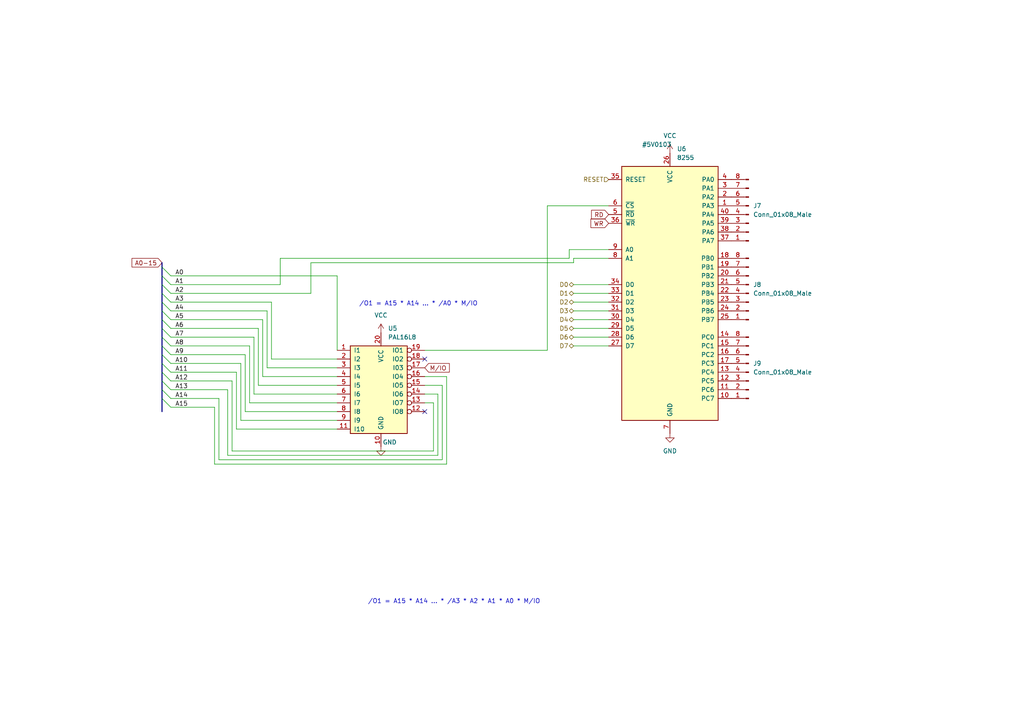
<source format=kicad_sch>
(kicad_sch (version 20211123) (generator eeschema)

  (uuid 2001b9c6-7911-4496-9f20-348592c8f009)

  (paper "A4")

  (lib_symbols
    (symbol "Connector:Conn_01x08_Male" (pin_names (offset 1.016) hide) (in_bom yes) (on_board yes)
      (property "Reference" "J" (id 0) (at 0 10.16 0)
        (effects (font (size 1.27 1.27)))
      )
      (property "Value" "Conn_01x08_Male" (id 1) (at 0 -12.7 0)
        (effects (font (size 1.27 1.27)))
      )
      (property "Footprint" "" (id 2) (at 0 0 0)
        (effects (font (size 1.27 1.27)) hide)
      )
      (property "Datasheet" "~" (id 3) (at 0 0 0)
        (effects (font (size 1.27 1.27)) hide)
      )
      (property "ki_keywords" "connector" (id 4) (at 0 0 0)
        (effects (font (size 1.27 1.27)) hide)
      )
      (property "ki_description" "Generic connector, single row, 01x08, script generated (kicad-library-utils/schlib/autogen/connector/)" (id 5) (at 0 0 0)
        (effects (font (size 1.27 1.27)) hide)
      )
      (property "ki_fp_filters" "Connector*:*_1x??_*" (id 6) (at 0 0 0)
        (effects (font (size 1.27 1.27)) hide)
      )
      (symbol "Conn_01x08_Male_1_1"
        (polyline
          (pts
            (xy 1.27 -10.16)
            (xy 0.8636 -10.16)
          )
          (stroke (width 0.1524) (type default) (color 0 0 0 0))
          (fill (type none))
        )
        (polyline
          (pts
            (xy 1.27 -7.62)
            (xy 0.8636 -7.62)
          )
          (stroke (width 0.1524) (type default) (color 0 0 0 0))
          (fill (type none))
        )
        (polyline
          (pts
            (xy 1.27 -5.08)
            (xy 0.8636 -5.08)
          )
          (stroke (width 0.1524) (type default) (color 0 0 0 0))
          (fill (type none))
        )
        (polyline
          (pts
            (xy 1.27 -2.54)
            (xy 0.8636 -2.54)
          )
          (stroke (width 0.1524) (type default) (color 0 0 0 0))
          (fill (type none))
        )
        (polyline
          (pts
            (xy 1.27 0)
            (xy 0.8636 0)
          )
          (stroke (width 0.1524) (type default) (color 0 0 0 0))
          (fill (type none))
        )
        (polyline
          (pts
            (xy 1.27 2.54)
            (xy 0.8636 2.54)
          )
          (stroke (width 0.1524) (type default) (color 0 0 0 0))
          (fill (type none))
        )
        (polyline
          (pts
            (xy 1.27 5.08)
            (xy 0.8636 5.08)
          )
          (stroke (width 0.1524) (type default) (color 0 0 0 0))
          (fill (type none))
        )
        (polyline
          (pts
            (xy 1.27 7.62)
            (xy 0.8636 7.62)
          )
          (stroke (width 0.1524) (type default) (color 0 0 0 0))
          (fill (type none))
        )
        (rectangle (start 0.8636 -10.033) (end 0 -10.287)
          (stroke (width 0.1524) (type default) (color 0 0 0 0))
          (fill (type outline))
        )
        (rectangle (start 0.8636 -7.493) (end 0 -7.747)
          (stroke (width 0.1524) (type default) (color 0 0 0 0))
          (fill (type outline))
        )
        (rectangle (start 0.8636 -4.953) (end 0 -5.207)
          (stroke (width 0.1524) (type default) (color 0 0 0 0))
          (fill (type outline))
        )
        (rectangle (start 0.8636 -2.413) (end 0 -2.667)
          (stroke (width 0.1524) (type default) (color 0 0 0 0))
          (fill (type outline))
        )
        (rectangle (start 0.8636 0.127) (end 0 -0.127)
          (stroke (width 0.1524) (type default) (color 0 0 0 0))
          (fill (type outline))
        )
        (rectangle (start 0.8636 2.667) (end 0 2.413)
          (stroke (width 0.1524) (type default) (color 0 0 0 0))
          (fill (type outline))
        )
        (rectangle (start 0.8636 5.207) (end 0 4.953)
          (stroke (width 0.1524) (type default) (color 0 0 0 0))
          (fill (type outline))
        )
        (rectangle (start 0.8636 7.747) (end 0 7.493)
          (stroke (width 0.1524) (type default) (color 0 0 0 0))
          (fill (type outline))
        )
        (pin passive line (at 5.08 7.62 180) (length 3.81)
          (name "Pin_1" (effects (font (size 1.27 1.27))))
          (number "1" (effects (font (size 1.27 1.27))))
        )
        (pin passive line (at 5.08 5.08 180) (length 3.81)
          (name "Pin_2" (effects (font (size 1.27 1.27))))
          (number "2" (effects (font (size 1.27 1.27))))
        )
        (pin passive line (at 5.08 2.54 180) (length 3.81)
          (name "Pin_3" (effects (font (size 1.27 1.27))))
          (number "3" (effects (font (size 1.27 1.27))))
        )
        (pin passive line (at 5.08 0 180) (length 3.81)
          (name "Pin_4" (effects (font (size 1.27 1.27))))
          (number "4" (effects (font (size 1.27 1.27))))
        )
        (pin passive line (at 5.08 -2.54 180) (length 3.81)
          (name "Pin_5" (effects (font (size 1.27 1.27))))
          (number "5" (effects (font (size 1.27 1.27))))
        )
        (pin passive line (at 5.08 -5.08 180) (length 3.81)
          (name "Pin_6" (effects (font (size 1.27 1.27))))
          (number "6" (effects (font (size 1.27 1.27))))
        )
        (pin passive line (at 5.08 -7.62 180) (length 3.81)
          (name "Pin_7" (effects (font (size 1.27 1.27))))
          (number "7" (effects (font (size 1.27 1.27))))
        )
        (pin passive line (at 5.08 -10.16 180) (length 3.81)
          (name "Pin_8" (effects (font (size 1.27 1.27))))
          (number "8" (effects (font (size 1.27 1.27))))
        )
      )
    )
    (symbol "Interface:8255" (pin_names (offset 1.016)) (in_bom yes) (on_board yes)
      (property "Reference" "U" (id 0) (at -13.97 38.1 0)
        (effects (font (size 1.27 1.27)) (justify left))
      )
      (property "Value" "8255" (id 1) (at 8.89 38.1 0)
        (effects (font (size 1.27 1.27)) (justify left))
      )
      (property "Footprint" "Package_DIP:DIP-40_W15.24mm" (id 2) (at 0 7.62 0)
        (effects (font (size 1.27 1.27)) hide)
      )
      (property "Datasheet" "http://aturing.umcs.maine.edu/~meadow/courses/cos335/Intel8255A.pdf" (id 3) (at 0 7.62 0)
        (effects (font (size 1.27 1.27)) hide)
      )
      (property "ki_keywords" "8255 PPI" (id 4) (at 0 0 0)
        (effects (font (size 1.27 1.27)) hide)
      )
      (property "ki_description" "Programmable Peripheral Interface, PDIP-40" (id 5) (at 0 0 0)
        (effects (font (size 1.27 1.27)) hide)
      )
      (property "ki_fp_filters" "DIP*W15.24mm* PDIP*W15.24mm*" (id 6) (at 0 0 0)
        (effects (font (size 1.27 1.27)) hide)
      )
      (symbol "8255_1_1"
        (rectangle (start -13.97 -36.83) (end 13.97 36.83)
          (stroke (width 0.254) (type default) (color 0 0 0 0))
          (fill (type background))
        )
        (pin bidirectional line (at 17.78 25.4 180) (length 3.81)
          (name "PA3" (effects (font (size 1.27 1.27))))
          (number "1" (effects (font (size 1.27 1.27))))
        )
        (pin bidirectional line (at 17.78 -30.48 180) (length 3.81)
          (name "PC7" (effects (font (size 1.27 1.27))))
          (number "10" (effects (font (size 1.27 1.27))))
        )
        (pin bidirectional line (at 17.78 -27.94 180) (length 3.81)
          (name "PC6" (effects (font (size 1.27 1.27))))
          (number "11" (effects (font (size 1.27 1.27))))
        )
        (pin bidirectional line (at 17.78 -25.4 180) (length 3.81)
          (name "PC5" (effects (font (size 1.27 1.27))))
          (number "12" (effects (font (size 1.27 1.27))))
        )
        (pin bidirectional line (at 17.78 -22.86 180) (length 3.81)
          (name "PC4" (effects (font (size 1.27 1.27))))
          (number "13" (effects (font (size 1.27 1.27))))
        )
        (pin bidirectional line (at 17.78 -12.7 180) (length 3.81)
          (name "PC0" (effects (font (size 1.27 1.27))))
          (number "14" (effects (font (size 1.27 1.27))))
        )
        (pin bidirectional line (at 17.78 -15.24 180) (length 3.81)
          (name "PC1" (effects (font (size 1.27 1.27))))
          (number "15" (effects (font (size 1.27 1.27))))
        )
        (pin bidirectional line (at 17.78 -17.78 180) (length 3.81)
          (name "PC2" (effects (font (size 1.27 1.27))))
          (number "16" (effects (font (size 1.27 1.27))))
        )
        (pin bidirectional line (at 17.78 -20.32 180) (length 3.81)
          (name "PC3" (effects (font (size 1.27 1.27))))
          (number "17" (effects (font (size 1.27 1.27))))
        )
        (pin bidirectional line (at 17.78 10.16 180) (length 3.81)
          (name "PB0" (effects (font (size 1.27 1.27))))
          (number "18" (effects (font (size 1.27 1.27))))
        )
        (pin bidirectional line (at 17.78 7.62 180) (length 3.81)
          (name "PB1" (effects (font (size 1.27 1.27))))
          (number "19" (effects (font (size 1.27 1.27))))
        )
        (pin bidirectional line (at 17.78 27.94 180) (length 3.81)
          (name "PA2" (effects (font (size 1.27 1.27))))
          (number "2" (effects (font (size 1.27 1.27))))
        )
        (pin bidirectional line (at 17.78 5.08 180) (length 3.81)
          (name "PB2" (effects (font (size 1.27 1.27))))
          (number "20" (effects (font (size 1.27 1.27))))
        )
        (pin bidirectional line (at 17.78 2.54 180) (length 3.81)
          (name "PB3" (effects (font (size 1.27 1.27))))
          (number "21" (effects (font (size 1.27 1.27))))
        )
        (pin bidirectional line (at 17.78 0 180) (length 3.81)
          (name "PB4" (effects (font (size 1.27 1.27))))
          (number "22" (effects (font (size 1.27 1.27))))
        )
        (pin bidirectional line (at 17.78 -2.54 180) (length 3.81)
          (name "PB5" (effects (font (size 1.27 1.27))))
          (number "23" (effects (font (size 1.27 1.27))))
        )
        (pin bidirectional line (at 17.78 -5.08 180) (length 3.81)
          (name "PB6" (effects (font (size 1.27 1.27))))
          (number "24" (effects (font (size 1.27 1.27))))
        )
        (pin bidirectional line (at 17.78 -7.62 180) (length 3.81)
          (name "PB7" (effects (font (size 1.27 1.27))))
          (number "25" (effects (font (size 1.27 1.27))))
        )
        (pin power_in line (at 0 40.64 270) (length 3.81)
          (name "VCC" (effects (font (size 1.27 1.27))))
          (number "26" (effects (font (size 1.27 1.27))))
        )
        (pin bidirectional line (at -17.78 -15.24 0) (length 3.81)
          (name "D7" (effects (font (size 1.27 1.27))))
          (number "27" (effects (font (size 1.27 1.27))))
        )
        (pin bidirectional line (at -17.78 -12.7 0) (length 3.81)
          (name "D6" (effects (font (size 1.27 1.27))))
          (number "28" (effects (font (size 1.27 1.27))))
        )
        (pin bidirectional line (at -17.78 -10.16 0) (length 3.81)
          (name "D5" (effects (font (size 1.27 1.27))))
          (number "29" (effects (font (size 1.27 1.27))))
        )
        (pin bidirectional line (at 17.78 30.48 180) (length 3.81)
          (name "PA1" (effects (font (size 1.27 1.27))))
          (number "3" (effects (font (size 1.27 1.27))))
        )
        (pin bidirectional line (at -17.78 -7.62 0) (length 3.81)
          (name "D4" (effects (font (size 1.27 1.27))))
          (number "30" (effects (font (size 1.27 1.27))))
        )
        (pin bidirectional line (at -17.78 -5.08 0) (length 3.81)
          (name "D3" (effects (font (size 1.27 1.27))))
          (number "31" (effects (font (size 1.27 1.27))))
        )
        (pin bidirectional line (at -17.78 -2.54 0) (length 3.81)
          (name "D2" (effects (font (size 1.27 1.27))))
          (number "32" (effects (font (size 1.27 1.27))))
        )
        (pin bidirectional line (at -17.78 0 0) (length 3.81)
          (name "D1" (effects (font (size 1.27 1.27))))
          (number "33" (effects (font (size 1.27 1.27))))
        )
        (pin bidirectional line (at -17.78 2.54 0) (length 3.81)
          (name "D0" (effects (font (size 1.27 1.27))))
          (number "34" (effects (font (size 1.27 1.27))))
        )
        (pin input line (at -17.78 33.02 0) (length 3.81)
          (name "RESET" (effects (font (size 1.27 1.27))))
          (number "35" (effects (font (size 1.27 1.27))))
        )
        (pin input line (at -17.78 20.32 0) (length 3.81)
          (name "~{WR}" (effects (font (size 1.27 1.27))))
          (number "36" (effects (font (size 1.27 1.27))))
        )
        (pin bidirectional line (at 17.78 15.24 180) (length 3.81)
          (name "PA7" (effects (font (size 1.27 1.27))))
          (number "37" (effects (font (size 1.27 1.27))))
        )
        (pin bidirectional line (at 17.78 17.78 180) (length 3.81)
          (name "PA6" (effects (font (size 1.27 1.27))))
          (number "38" (effects (font (size 1.27 1.27))))
        )
        (pin bidirectional line (at 17.78 20.32 180) (length 3.81)
          (name "PA5" (effects (font (size 1.27 1.27))))
          (number "39" (effects (font (size 1.27 1.27))))
        )
        (pin bidirectional line (at 17.78 33.02 180) (length 3.81)
          (name "PA0" (effects (font (size 1.27 1.27))))
          (number "4" (effects (font (size 1.27 1.27))))
        )
        (pin bidirectional line (at 17.78 22.86 180) (length 3.81)
          (name "PA4" (effects (font (size 1.27 1.27))))
          (number "40" (effects (font (size 1.27 1.27))))
        )
        (pin input line (at -17.78 22.86 0) (length 3.81)
          (name "~{RD}" (effects (font (size 1.27 1.27))))
          (number "5" (effects (font (size 1.27 1.27))))
        )
        (pin input line (at -17.78 25.4 0) (length 3.81)
          (name "~{CS}" (effects (font (size 1.27 1.27))))
          (number "6" (effects (font (size 1.27 1.27))))
        )
        (pin power_in line (at 0 -40.64 90) (length 3.81)
          (name "GND" (effects (font (size 1.27 1.27))))
          (number "7" (effects (font (size 1.27 1.27))))
        )
        (pin input line (at -17.78 10.16 0) (length 3.81)
          (name "A1" (effects (font (size 1.27 1.27))))
          (number "8" (effects (font (size 1.27 1.27))))
        )
        (pin input line (at -17.78 12.7 0) (length 3.81)
          (name "A0" (effects (font (size 1.27 1.27))))
          (number "9" (effects (font (size 1.27 1.27))))
        )
      )
    )
    (symbol "Logic_Programmable:PAL16L8" (pin_names (offset 1.016)) (in_bom yes) (on_board yes)
      (property "Reference" "U" (id 0) (at -8.89 16.51 0)
        (effects (font (size 1.27 1.27)) (justify left))
      )
      (property "Value" "PAL16L8" (id 1) (at 1.27 16.51 0)
        (effects (font (size 1.27 1.27)) (justify left))
      )
      (property "Footprint" "" (id 2) (at 0 0 0)
        (effects (font (size 1.27 1.27)) hide)
      )
      (property "Datasheet" "" (id 3) (at 0 0 0)
        (effects (font (size 1.27 1.27)) hide)
      )
      (property "ki_keywords" "PAL PLD 16L8" (id 4) (at 0 0 0)
        (effects (font (size 1.27 1.27)) hide)
      )
      (property "ki_description" "Programmable Logic Array, DIP-20" (id 5) (at 0 0 0)
        (effects (font (size 1.27 1.27)) hide)
      )
      (property "ki_fp_filters" "DIP* PDIP*" (id 6) (at 0 0 0)
        (effects (font (size 1.27 1.27)) hide)
      )
      (symbol "PAL16L8_0_0"
        (pin power_in line (at 0 -15.24 90) (length 3.81)
          (name "GND" (effects (font (size 1.27 1.27))))
          (number "10" (effects (font (size 1.27 1.27))))
        )
        (pin power_in line (at 0 17.78 270) (length 3.81)
          (name "VCC" (effects (font (size 1.27 1.27))))
          (number "20" (effects (font (size 1.27 1.27))))
        )
      )
      (symbol "PAL16L8_0_1"
        (rectangle (start -8.89 13.97) (end 7.62 -11.43)
          (stroke (width 0.254) (type default) (color 0 0 0 0))
          (fill (type background))
        )
      )
      (symbol "PAL16L8_1_1"
        (pin input line (at -12.7 12.7 0) (length 3.81)
          (name "I1" (effects (font (size 1.27 1.27))))
          (number "1" (effects (font (size 1.27 1.27))))
        )
        (pin input line (at -12.7 -10.16 0) (length 3.81)
          (name "I10" (effects (font (size 1.27 1.27))))
          (number "11" (effects (font (size 1.27 1.27))))
        )
        (pin tri_state inverted (at 12.7 -5.08 180) (length 5.08)
          (name "IO8" (effects (font (size 1.27 1.27))))
          (number "12" (effects (font (size 1.27 1.27))))
        )
        (pin tri_state inverted (at 12.7 -2.54 180) (length 5.08)
          (name "IO7" (effects (font (size 1.27 1.27))))
          (number "13" (effects (font (size 1.27 1.27))))
        )
        (pin tri_state inverted (at 12.7 0 180) (length 5.08)
          (name "IO6" (effects (font (size 1.27 1.27))))
          (number "14" (effects (font (size 1.27 1.27))))
        )
        (pin tri_state inverted (at 12.7 2.54 180) (length 5.08)
          (name "IO5" (effects (font (size 1.27 1.27))))
          (number "15" (effects (font (size 1.27 1.27))))
        )
        (pin tri_state inverted (at 12.7 5.08 180) (length 5.08)
          (name "IO4" (effects (font (size 1.27 1.27))))
          (number "16" (effects (font (size 1.27 1.27))))
        )
        (pin tri_state inverted (at 12.7 7.62 180) (length 5.08)
          (name "I03" (effects (font (size 1.27 1.27))))
          (number "17" (effects (font (size 1.27 1.27))))
        )
        (pin tri_state inverted (at 12.7 10.16 180) (length 5.08)
          (name "IO2" (effects (font (size 1.27 1.27))))
          (number "18" (effects (font (size 1.27 1.27))))
        )
        (pin tri_state inverted (at 12.7 12.7 180) (length 5.08)
          (name "IO1" (effects (font (size 1.27 1.27))))
          (number "19" (effects (font (size 1.27 1.27))))
        )
        (pin input line (at -12.7 10.16 0) (length 3.81)
          (name "I2" (effects (font (size 1.27 1.27))))
          (number "2" (effects (font (size 1.27 1.27))))
        )
        (pin input line (at -12.7 7.62 0) (length 3.81)
          (name "I3" (effects (font (size 1.27 1.27))))
          (number "3" (effects (font (size 1.27 1.27))))
        )
        (pin input line (at -12.7 5.08 0) (length 3.81)
          (name "I4" (effects (font (size 1.27 1.27))))
          (number "4" (effects (font (size 1.27 1.27))))
        )
        (pin input line (at -12.7 2.54 0) (length 3.81)
          (name "I5" (effects (font (size 1.27 1.27))))
          (number "5" (effects (font (size 1.27 1.27))))
        )
        (pin input line (at -12.7 0 0) (length 3.81)
          (name "I6" (effects (font (size 1.27 1.27))))
          (number "6" (effects (font (size 1.27 1.27))))
        )
        (pin input line (at -12.7 -2.54 0) (length 3.81)
          (name "I7" (effects (font (size 1.27 1.27))))
          (number "7" (effects (font (size 1.27 1.27))))
        )
        (pin input line (at -12.7 -5.08 0) (length 3.81)
          (name "I8" (effects (font (size 1.27 1.27))))
          (number "8" (effects (font (size 1.27 1.27))))
        )
        (pin input line (at -12.7 -7.62 0) (length 3.81)
          (name "I9" (effects (font (size 1.27 1.27))))
          (number "9" (effects (font (size 1.27 1.27))))
        )
      )
    )
    (symbol "power:GND" (power) (pin_names (offset 0)) (in_bom yes) (on_board yes)
      (property "Reference" "#PWR" (id 0) (at 0 -6.35 0)
        (effects (font (size 1.27 1.27)) hide)
      )
      (property "Value" "GND" (id 1) (at 0 -3.81 0)
        (effects (font (size 1.27 1.27)))
      )
      (property "Footprint" "" (id 2) (at 0 0 0)
        (effects (font (size 1.27 1.27)) hide)
      )
      (property "Datasheet" "" (id 3) (at 0 0 0)
        (effects (font (size 1.27 1.27)) hide)
      )
      (property "ki_keywords" "power-flag" (id 4) (at 0 0 0)
        (effects (font (size 1.27 1.27)) hide)
      )
      (property "ki_description" "Power symbol creates a global label with name \"GND\" , ground" (id 5) (at 0 0 0)
        (effects (font (size 1.27 1.27)) hide)
      )
      (symbol "GND_0_1"
        (polyline
          (pts
            (xy 0 0)
            (xy 0 -1.27)
            (xy 1.27 -1.27)
            (xy 0 -2.54)
            (xy -1.27 -1.27)
            (xy 0 -1.27)
          )
          (stroke (width 0) (type default) (color 0 0 0 0))
          (fill (type none))
        )
      )
      (symbol "GND_1_1"
        (pin power_in line (at 0 0 270) (length 0) hide
          (name "GND" (effects (font (size 1.27 1.27))))
          (number "1" (effects (font (size 1.27 1.27))))
        )
      )
    )
    (symbol "power:VCC" (power) (pin_names (offset 0)) (in_bom yes) (on_board yes)
      (property "Reference" "#PWR" (id 0) (at 0 -3.81 0)
        (effects (font (size 1.27 1.27)) hide)
      )
      (property "Value" "VCC" (id 1) (at 0 3.81 0)
        (effects (font (size 1.27 1.27)))
      )
      (property "Footprint" "" (id 2) (at 0 0 0)
        (effects (font (size 1.27 1.27)) hide)
      )
      (property "Datasheet" "" (id 3) (at 0 0 0)
        (effects (font (size 1.27 1.27)) hide)
      )
      (property "ki_keywords" "power-flag" (id 4) (at 0 0 0)
        (effects (font (size 1.27 1.27)) hide)
      )
      (property "ki_description" "Power symbol creates a global label with name \"VCC\"" (id 5) (at 0 0 0)
        (effects (font (size 1.27 1.27)) hide)
      )
      (symbol "VCC_0_1"
        (polyline
          (pts
            (xy -0.762 1.27)
            (xy 0 2.54)
          )
          (stroke (width 0) (type default) (color 0 0 0 0))
          (fill (type none))
        )
        (polyline
          (pts
            (xy 0 0)
            (xy 0 2.54)
          )
          (stroke (width 0) (type default) (color 0 0 0 0))
          (fill (type none))
        )
        (polyline
          (pts
            (xy 0 2.54)
            (xy 0.762 1.27)
          )
          (stroke (width 0) (type default) (color 0 0 0 0))
          (fill (type none))
        )
      )
      (symbol "VCC_1_1"
        (pin power_in line (at 0 0 90) (length 0) hide
          (name "VCC" (effects (font (size 1.27 1.27))))
          (number "1" (effects (font (size 1.27 1.27))))
        )
      )
    )
  )


  (no_connect (at 123.19 104.14) (uuid 4c5eaf5b-9048-4dcb-a719-67395476492f))
  (no_connect (at 123.19 119.38) (uuid fc162a44-546e-4e54-a926-ad35d39eecd9))

  (bus_entry (at 46.99 107.95) (size 2.54 2.54)
    (stroke (width 0) (type default) (color 0 0 0 0))
    (uuid 006126dc-ef90-4cc8-92c5-bf8b5fbd644c)
  )
  (bus_entry (at 46.99 92.71) (size 2.54 2.54)
    (stroke (width 0) (type default) (color 0 0 0 0))
    (uuid 0f97470f-2101-4cc9-bdec-966c2f3dd6b6)
  )
  (bus_entry (at 46.99 80.01) (size 2.54 2.54)
    (stroke (width 0) (type default) (color 0 0 0 0))
    (uuid 17256986-1530-4ebb-89b6-8f6d1bd56cb3)
  )
  (bus_entry (at 46.99 113.03) (size 2.54 2.54)
    (stroke (width 0) (type default) (color 0 0 0 0))
    (uuid 1768ed57-cddf-4460-b218-ec2dc03f4902)
  )
  (bus_entry (at 46.99 82.55) (size 2.54 2.54)
    (stroke (width 0) (type default) (color 0 0 0 0))
    (uuid 31932ba9-e70b-4946-a012-8a53bc78d6b7)
  )
  (bus_entry (at 46.99 85.09) (size 2.54 2.54)
    (stroke (width 0) (type default) (color 0 0 0 0))
    (uuid 3dff79ee-8e5d-4f4b-a0ec-bee18baf75dd)
  )
  (bus_entry (at 46.99 87.63) (size 2.54 2.54)
    (stroke (width 0) (type default) (color 0 0 0 0))
    (uuid 78e738ce-ea28-497d-abe0-c9d9d2ead67d)
  )
  (bus_entry (at 46.99 97.79) (size 2.54 2.54)
    (stroke (width 0) (type default) (color 0 0 0 0))
    (uuid 855cfe7f-6130-4b85-b631-da662df7c849)
  )
  (bus_entry (at 46.99 115.57) (size 2.54 2.54)
    (stroke (width 0) (type default) (color 0 0 0 0))
    (uuid 9b5787a9-4a5b-4cbb-960b-3061a65a0a1b)
  )
  (bus_entry (at 46.99 110.49) (size 2.54 2.54)
    (stroke (width 0) (type default) (color 0 0 0 0))
    (uuid 9dc76fb8-bdff-4305-b474-4c0dd313fef4)
  )
  (bus_entry (at 46.99 77.47) (size 2.54 2.54)
    (stroke (width 0) (type default) (color 0 0 0 0))
    (uuid cdf6fe86-837f-4ed6-8714-6a824aa8d64a)
  )
  (bus_entry (at 46.99 100.33) (size 2.54 2.54)
    (stroke (width 0) (type default) (color 0 0 0 0))
    (uuid d75b60ea-90aa-462c-9208-f4ac0b8cec71)
  )
  (bus_entry (at 46.99 90.17) (size 2.54 2.54)
    (stroke (width 0) (type default) (color 0 0 0 0))
    (uuid dc9749d7-c5a5-42ef-a5e4-1e7d8d165827)
  )
  (bus_entry (at 46.99 95.25) (size 2.54 2.54)
    (stroke (width 0) (type default) (color 0 0 0 0))
    (uuid e2cb1310-6479-4c88-9fde-ba3eef11c366)
  )
  (bus_entry (at 46.99 105.41) (size 2.54 2.54)
    (stroke (width 0) (type default) (color 0 0 0 0))
    (uuid f1343add-ff62-4197-a2f6-1e0cce7de159)
  )
  (bus_entry (at 46.99 102.87) (size 2.54 2.54)
    (stroke (width 0) (type default) (color 0 0 0 0))
    (uuid fd2e97c0-5a90-4f60-8898-2d50f8cbbceb)
  )

  (wire (pts (xy 123.19 101.6) (xy 158.75 101.6))
    (stroke (width 0) (type default) (color 0 0 0 0))
    (uuid 056d3806-e0e7-4672-8128-91d559f45dc3)
  )
  (bus (pts (xy 46.99 85.09) (xy 46.99 87.63))
    (stroke (width 0) (type default) (color 0 0 0 0))
    (uuid 07eb07f7-dfcc-47f0-8488-0dd6ae23425e)
  )

  (wire (pts (xy 63.5 115.57) (xy 63.5 133.35))
    (stroke (width 0) (type default) (color 0 0 0 0))
    (uuid 07fa60e3-50f6-47ea-ae77-3f07faf70608)
  )
  (wire (pts (xy 49.53 90.17) (xy 77.47 90.17))
    (stroke (width 0) (type default) (color 0 0 0 0))
    (uuid 0a72cff3-0636-4dde-8051-18ab79d09f6f)
  )
  (wire (pts (xy 97.79 80.01) (xy 97.79 101.6))
    (stroke (width 0) (type default) (color 0 0 0 0))
    (uuid 0ada444d-f799-4d50-84fb-241c8c4dd130)
  )
  (bus (pts (xy 46.99 100.33) (xy 46.99 102.87))
    (stroke (width 0) (type default) (color 0 0 0 0))
    (uuid 10aa7243-4edf-40b0-9494-a08747f04be4)
  )

  (wire (pts (xy 67.31 130.81) (xy 125.73 130.81))
    (stroke (width 0) (type default) (color 0 0 0 0))
    (uuid 15eb8977-0135-44cc-a2ac-3e68ef88a473)
  )
  (wire (pts (xy 166.37 76.2) (xy 166.37 74.93))
    (stroke (width 0) (type default) (color 0 0 0 0))
    (uuid 16bec900-b8c3-46d6-adc6-02eea923f12c)
  )
  (wire (pts (xy 158.75 59.69) (xy 176.53 59.69))
    (stroke (width 0) (type default) (color 0 0 0 0))
    (uuid 18c64f33-1c7e-48ed-90bf-f331e88de247)
  )
  (wire (pts (xy 166.37 74.93) (xy 176.53 74.93))
    (stroke (width 0) (type default) (color 0 0 0 0))
    (uuid 19d3810c-3d2d-4692-be1c-7bdb6a864ee9)
  )
  (wire (pts (xy 81.28 82.55) (xy 81.28 74.93))
    (stroke (width 0) (type default) (color 0 0 0 0))
    (uuid 1be20c0e-bae0-4959-96b9-3679d68b5b31)
  )
  (wire (pts (xy 72.39 116.84) (xy 97.79 116.84))
    (stroke (width 0) (type default) (color 0 0 0 0))
    (uuid 1c35e6d4-35cd-4170-a64a-f2b6e7f7a3a1)
  )
  (wire (pts (xy 90.17 76.2) (xy 90.17 85.09))
    (stroke (width 0) (type default) (color 0 0 0 0))
    (uuid 1d0c9ea4-2487-47ee-9d61-3a0afb7065bf)
  )
  (bus (pts (xy 46.99 87.63) (xy 46.99 90.17))
    (stroke (width 0) (type default) (color 0 0 0 0))
    (uuid 2161566b-818d-4703-a15a-4184037106f2)
  )

  (wire (pts (xy 73.66 114.3) (xy 97.79 114.3))
    (stroke (width 0) (type default) (color 0 0 0 0))
    (uuid 222c7a95-2bbe-4814-bc10-5761234c96ad)
  )
  (bus (pts (xy 46.99 113.03) (xy 46.99 115.57))
    (stroke (width 0) (type default) (color 0 0 0 0))
    (uuid 2554c31b-7eec-49d5-96cf-afa44fd248c1)
  )

  (wire (pts (xy 49.53 95.25) (xy 74.93 95.25))
    (stroke (width 0) (type default) (color 0 0 0 0))
    (uuid 256d614d-9be4-4a8a-831c-000048be97c3)
  )
  (wire (pts (xy 69.85 105.41) (xy 69.85 121.92))
    (stroke (width 0) (type default) (color 0 0 0 0))
    (uuid 2803c05c-640d-4b26-b19f-51f2c065730e)
  )
  (wire (pts (xy 49.53 97.79) (xy 73.66 97.79))
    (stroke (width 0) (type default) (color 0 0 0 0))
    (uuid 2b49133a-430c-4169-b11b-b7032d7d990b)
  )
  (bus (pts (xy 46.99 92.71) (xy 46.99 95.25))
    (stroke (width 0) (type default) (color 0 0 0 0))
    (uuid 2df53655-0237-4387-930b-6486c2f4b559)
  )

  (wire (pts (xy 165.1 74.93) (xy 165.1 72.39))
    (stroke (width 0) (type default) (color 0 0 0 0))
    (uuid 2e159af8-ebea-478e-bcad-7431581273ce)
  )
  (wire (pts (xy 49.53 100.33) (xy 72.39 100.33))
    (stroke (width 0) (type default) (color 0 0 0 0))
    (uuid 2e2eb101-0d65-4106-9fb4-ca2a3d8b89d7)
  )
  (wire (pts (xy 166.37 90.17) (xy 176.53 90.17))
    (stroke (width 0) (type default) (color 0 0 0 0))
    (uuid 320ab920-9727-4357-98b9-49ab4e8b4b40)
  )
  (wire (pts (xy 125.73 116.84) (xy 123.19 116.84))
    (stroke (width 0) (type default) (color 0 0 0 0))
    (uuid 36c140b7-9f56-4020-b78a-5a6e57644d52)
  )
  (wire (pts (xy 49.53 82.55) (xy 81.28 82.55))
    (stroke (width 0) (type default) (color 0 0 0 0))
    (uuid 38461023-60ca-4694-ad21-fc0ddb050225)
  )
  (wire (pts (xy 74.93 95.25) (xy 74.93 111.76))
    (stroke (width 0) (type default) (color 0 0 0 0))
    (uuid 39ee4c23-81b3-4257-86be-396580dabc75)
  )
  (bus (pts (xy 46.99 107.95) (xy 46.99 110.49))
    (stroke (width 0) (type default) (color 0 0 0 0))
    (uuid 3ba3b3d3-ac8c-4ac5-9261-5bd44570af9b)
  )

  (wire (pts (xy 76.2 109.22) (xy 97.79 109.22))
    (stroke (width 0) (type default) (color 0 0 0 0))
    (uuid 3d49db2d-f239-446e-9605-fcf67e89e3a0)
  )
  (wire (pts (xy 128.27 133.35) (xy 128.27 111.76))
    (stroke (width 0) (type default) (color 0 0 0 0))
    (uuid 411b347a-e7e6-42bf-b395-ced0bd07be3d)
  )
  (wire (pts (xy 166.37 85.09) (xy 176.53 85.09))
    (stroke (width 0) (type default) (color 0 0 0 0))
    (uuid 43806772-9a00-4275-99ba-5b3b667392fd)
  )
  (wire (pts (xy 49.53 118.11) (xy 62.23 118.11))
    (stroke (width 0) (type default) (color 0 0 0 0))
    (uuid 49887cd6-08ec-40be-a353-d766cf2faf55)
  )
  (bus (pts (xy 46.99 90.17) (xy 46.99 92.71))
    (stroke (width 0) (type default) (color 0 0 0 0))
    (uuid 4aeb0183-7e1e-4337-8d04-a15c86ba009f)
  )

  (wire (pts (xy 49.53 105.41) (xy 69.85 105.41))
    (stroke (width 0) (type default) (color 0 0 0 0))
    (uuid 50dcc4a7-1e81-45b9-b783-e926b9f45c6d)
  )
  (bus (pts (xy 46.99 95.25) (xy 46.99 97.79))
    (stroke (width 0) (type default) (color 0 0 0 0))
    (uuid 5166a487-d81c-4596-87f5-bcf424d87773)
  )

  (wire (pts (xy 128.27 111.76) (xy 123.19 111.76))
    (stroke (width 0) (type default) (color 0 0 0 0))
    (uuid 55498eea-26a8-43d4-bf30-8318f9e2816e)
  )
  (wire (pts (xy 166.37 92.71) (xy 176.53 92.71))
    (stroke (width 0) (type default) (color 0 0 0 0))
    (uuid 57d7b7d7-52ce-4fa3-b344-375dde68b136)
  )
  (bus (pts (xy 46.99 97.79) (xy 46.99 100.33))
    (stroke (width 0) (type default) (color 0 0 0 0))
    (uuid 5a2034b7-0679-46d8-9653-da8978a562dc)
  )

  (wire (pts (xy 166.37 87.63) (xy 176.53 87.63))
    (stroke (width 0) (type default) (color 0 0 0 0))
    (uuid 5b6612f2-6e2f-4535-bb4b-34717b4231ad)
  )
  (wire (pts (xy 62.23 134.62) (xy 62.23 118.11))
    (stroke (width 0) (type default) (color 0 0 0 0))
    (uuid 645d471c-e56b-4b41-b5c3-cb2e90421ce2)
  )
  (wire (pts (xy 127 114.3) (xy 123.19 114.3))
    (stroke (width 0) (type default) (color 0 0 0 0))
    (uuid 656ae4b5-fe98-417e-adb9-cea47a9248c0)
  )
  (wire (pts (xy 71.12 102.87) (xy 71.12 119.38))
    (stroke (width 0) (type default) (color 0 0 0 0))
    (uuid 67f54607-4e50-4552-bc6a-3f1fdd30d9f8)
  )
  (bus (pts (xy 46.99 115.57) (xy 46.99 119.38))
    (stroke (width 0) (type default) (color 0 0 0 0))
    (uuid 6e73002e-e48d-4e2e-a354-2b18a0a00abc)
  )

  (wire (pts (xy 66.04 113.03) (xy 66.04 132.08))
    (stroke (width 0) (type default) (color 0 0 0 0))
    (uuid 7552e2ed-1d02-4408-a8e7-a373c126c558)
  )
  (wire (pts (xy 49.53 115.57) (xy 63.5 115.57))
    (stroke (width 0) (type default) (color 0 0 0 0))
    (uuid 7863d760-c189-461b-a851-dacc18817098)
  )
  (wire (pts (xy 63.5 133.35) (xy 128.27 133.35))
    (stroke (width 0) (type default) (color 0 0 0 0))
    (uuid 79b3fe4d-3c62-4aef-9572-df745b581f7b)
  )
  (wire (pts (xy 49.53 80.01) (xy 97.79 80.01))
    (stroke (width 0) (type default) (color 0 0 0 0))
    (uuid 7c9bc923-ff51-4bf7-ba87-266b83ba1196)
  )
  (wire (pts (xy 78.74 104.14) (xy 97.79 104.14))
    (stroke (width 0) (type default) (color 0 0 0 0))
    (uuid 7e0c27f9-61bc-4032-a2d0-c3eae62dbcda)
  )
  (wire (pts (xy 76.2 92.71) (xy 76.2 109.22))
    (stroke (width 0) (type default) (color 0 0 0 0))
    (uuid 83020948-6b07-448b-8945-8525cbcb7411)
  )
  (wire (pts (xy 77.47 106.68) (xy 97.79 106.68))
    (stroke (width 0) (type default) (color 0 0 0 0))
    (uuid 87ea9ae3-7be0-43b4-8615-332e2a555997)
  )
  (wire (pts (xy 77.47 90.17) (xy 77.47 106.68))
    (stroke (width 0) (type default) (color 0 0 0 0))
    (uuid 90ba26e3-6562-4469-87a9-f28be91ae023)
  )
  (wire (pts (xy 125.73 130.81) (xy 125.73 116.84))
    (stroke (width 0) (type default) (color 0 0 0 0))
    (uuid 918c4536-c599-4835-b137-d4fb1174156e)
  )
  (bus (pts (xy 46.99 105.41) (xy 46.99 107.95))
    (stroke (width 0) (type default) (color 0 0 0 0))
    (uuid 9bfa375e-37d5-44ad-85b7-d56b046c8dd0)
  )

  (wire (pts (xy 49.53 107.95) (xy 68.58 107.95))
    (stroke (width 0) (type default) (color 0 0 0 0))
    (uuid a757e54e-01f4-4bb3-b83a-3233e05ecedc)
  )
  (wire (pts (xy 81.28 74.93) (xy 165.1 74.93))
    (stroke (width 0) (type default) (color 0 0 0 0))
    (uuid a97f64d9-995f-4fff-9d5b-432ad499ef91)
  )
  (wire (pts (xy 127 132.08) (xy 127 114.3))
    (stroke (width 0) (type default) (color 0 0 0 0))
    (uuid acb4f0d9-fb83-42d0-a1ac-74f234ad1ba8)
  )
  (wire (pts (xy 123.19 109.22) (xy 129.54 109.22))
    (stroke (width 0) (type default) (color 0 0 0 0))
    (uuid b2b71444-1e15-48b9-882e-b8a6d71471c4)
  )
  (wire (pts (xy 74.93 111.76) (xy 97.79 111.76))
    (stroke (width 0) (type default) (color 0 0 0 0))
    (uuid b6099e82-075c-4f72-a4fa-d98668e9ad37)
  )
  (wire (pts (xy 73.66 97.79) (xy 73.66 114.3))
    (stroke (width 0) (type default) (color 0 0 0 0))
    (uuid b7532f8f-4dc6-4f74-bc64-306a90085cf7)
  )
  (bus (pts (xy 46.99 80.01) (xy 46.99 82.55))
    (stroke (width 0) (type default) (color 0 0 0 0))
    (uuid bfc65580-ac97-4472-8c25-735a5ff6ac18)
  )

  (wire (pts (xy 66.04 132.08) (xy 127 132.08))
    (stroke (width 0) (type default) (color 0 0 0 0))
    (uuid c0abfcd4-6f8e-40d5-a4f3-c3450246fe21)
  )
  (wire (pts (xy 49.53 110.49) (xy 67.31 110.49))
    (stroke (width 0) (type default) (color 0 0 0 0))
    (uuid c3708af5-9e1e-4b57-ac88-dd35f8d60192)
  )
  (wire (pts (xy 129.54 134.62) (xy 62.23 134.62))
    (stroke (width 0) (type default) (color 0 0 0 0))
    (uuid c3f50cff-350c-4f06-a7b7-a25068b1ea4f)
  )
  (wire (pts (xy 158.75 101.6) (xy 158.75 59.69))
    (stroke (width 0) (type default) (color 0 0 0 0))
    (uuid ca6b098b-ba32-424c-ab38-8ddb5ef4235f)
  )
  (wire (pts (xy 72.39 100.33) (xy 72.39 116.84))
    (stroke (width 0) (type default) (color 0 0 0 0))
    (uuid cb8e2fcc-4c65-4a48-aae4-5d74bf11f790)
  )
  (bus (pts (xy 46.99 102.87) (xy 46.99 105.41))
    (stroke (width 0) (type default) (color 0 0 0 0))
    (uuid cc5a40f9-3da2-43e6-a2f2-a9f66cb6bb23)
  )

  (wire (pts (xy 166.37 82.55) (xy 176.53 82.55))
    (stroke (width 0) (type default) (color 0 0 0 0))
    (uuid ce18110d-c590-45e0-ae11-1b2aa2ff5456)
  )
  (wire (pts (xy 90.17 76.2) (xy 166.37 76.2))
    (stroke (width 0) (type default) (color 0 0 0 0))
    (uuid d2de792e-39ec-4936-bf82-b66e98409276)
  )
  (wire (pts (xy 165.1 72.39) (xy 176.53 72.39))
    (stroke (width 0) (type default) (color 0 0 0 0))
    (uuid d2f6b967-3eed-4918-906a-37e39fdb37a1)
  )
  (bus (pts (xy 46.99 76.2) (xy 46.99 77.47))
    (stroke (width 0) (type default) (color 0 0 0 0))
    (uuid d3fa4411-a446-4e4e-bb1f-a790c25a9d85)
  )

  (wire (pts (xy 78.74 87.63) (xy 78.74 104.14))
    (stroke (width 0) (type default) (color 0 0 0 0))
    (uuid d4ebcc4f-053f-4832-afc8-7722bca7592f)
  )
  (wire (pts (xy 49.53 85.09) (xy 90.17 85.09))
    (stroke (width 0) (type default) (color 0 0 0 0))
    (uuid d5ca004b-ff47-42b7-8151-9dc5e4cc2db5)
  )
  (wire (pts (xy 69.85 121.92) (xy 97.79 121.92))
    (stroke (width 0) (type default) (color 0 0 0 0))
    (uuid d6d428fe-62b1-49be-b879-7d34a9010072)
  )
  (bus (pts (xy 46.99 82.55) (xy 46.99 85.09))
    (stroke (width 0) (type default) (color 0 0 0 0))
    (uuid d7673144-b432-4f62-9597-0d0102f4ae48)
  )

  (wire (pts (xy 71.12 119.38) (xy 97.79 119.38))
    (stroke (width 0) (type default) (color 0 0 0 0))
    (uuid dc7d3e37-edec-4fcf-b1e3-275175afd43d)
  )
  (wire (pts (xy 68.58 107.95) (xy 68.58 124.46))
    (stroke (width 0) (type default) (color 0 0 0 0))
    (uuid e35c4d5b-dca6-425f-bc30-bf85482ef886)
  )
  (wire (pts (xy 129.54 109.22) (xy 129.54 134.62))
    (stroke (width 0) (type default) (color 0 0 0 0))
    (uuid e7a0bb36-0796-4bdc-88f3-7c687013a6e6)
  )
  (bus (pts (xy 46.99 77.47) (xy 46.99 80.01))
    (stroke (width 0) (type default) (color 0 0 0 0))
    (uuid e90829e8-19d1-4078-941a-82f64d3e3cb2)
  )

  (wire (pts (xy 49.53 87.63) (xy 78.74 87.63))
    (stroke (width 0) (type default) (color 0 0 0 0))
    (uuid eb3f29d0-98a5-4710-b123-89b0803db5fa)
  )
  (wire (pts (xy 49.53 102.87) (xy 71.12 102.87))
    (stroke (width 0) (type default) (color 0 0 0 0))
    (uuid ee059867-5dcb-40b3-bdf3-c5db59af423a)
  )
  (wire (pts (xy 67.31 110.49) (xy 67.31 130.81))
    (stroke (width 0) (type default) (color 0 0 0 0))
    (uuid f0d24356-d58a-4c66-804b-9af71a2359e6)
  )
  (wire (pts (xy 166.37 97.79) (xy 176.53 97.79))
    (stroke (width 0) (type default) (color 0 0 0 0))
    (uuid f278cca3-ad6d-407c-b4a6-3dd734737861)
  )
  (wire (pts (xy 166.37 100.33) (xy 176.53 100.33))
    (stroke (width 0) (type default) (color 0 0 0 0))
    (uuid f4dd212e-3ac3-446d-aae6-8cd0605708ca)
  )
  (wire (pts (xy 49.53 113.03) (xy 66.04 113.03))
    (stroke (width 0) (type default) (color 0 0 0 0))
    (uuid f63f777d-97c4-46e5-a285-aed4aab81d89)
  )
  (wire (pts (xy 49.53 92.71) (xy 76.2 92.71))
    (stroke (width 0) (type default) (color 0 0 0 0))
    (uuid f78a0313-5785-44fd-b15d-1a7a6fbf2c5c)
  )
  (wire (pts (xy 166.37 95.25) (xy 176.53 95.25))
    (stroke (width 0) (type default) (color 0 0 0 0))
    (uuid f97db4bb-d196-49ef-ac69-4f88085fade4)
  )
  (bus (pts (xy 46.99 110.49) (xy 46.99 113.03))
    (stroke (width 0) (type default) (color 0 0 0 0))
    (uuid fb6d725e-0b05-4857-b6c5-14c199c2c422)
  )

  (wire (pts (xy 68.58 124.46) (xy 97.79 124.46))
    (stroke (width 0) (type default) (color 0 0 0 0))
    (uuid ff485db9-c493-4bba-8e6d-1d9a0c4e5e6a)
  )

  (text "/O1 = A15 * A14 ... * /A0 * M/IO" (at 104.14 88.9 0)
    (effects (font (size 1.27 1.27)) (justify left bottom))
    (uuid 4b06916e-26f5-4eb7-b087-dea37b56bed5)
  )
  (text "/O1 = A15 * A14 ... * /A3 * A2 * A1 * A0 * M/IO" (at 106.68 175.26 0)
    (effects (font (size 1.27 1.27)) (justify left bottom))
    (uuid aa41c2a8-3781-42a6-86b8-71d8297848ec)
  )

  (label "A6" (at 50.8 95.25 0)
    (effects (font (size 1.27 1.27)) (justify left bottom))
    (uuid 01354d8f-cc1f-4e6d-91df-408aee6ddd37)
  )
  (label "A10" (at 50.8 105.41 0)
    (effects (font (size 1.27 1.27)) (justify left bottom))
    (uuid 29cdee75-2cf1-4638-99af-8264ec25f339)
  )
  (label "A9" (at 50.8 102.87 0)
    (effects (font (size 1.27 1.27)) (justify left bottom))
    (uuid 3371ce1d-27f0-47b3-b481-a5cbf551b4bb)
  )
  (label "A8" (at 50.8 100.33 0)
    (effects (font (size 1.27 1.27)) (justify left bottom))
    (uuid 3f3fa71a-e708-4d9f-809d-fc5981a8d766)
  )
  (label "A4" (at 50.8 90.17 0)
    (effects (font (size 1.27 1.27)) (justify left bottom))
    (uuid 4311839b-820a-4feb-88c5-5d47474b42de)
  )
  (label "A3" (at 50.8 87.63 0)
    (effects (font (size 1.27 1.27)) (justify left bottom))
    (uuid 480e985c-9971-4652-bd2a-3848d072b3a5)
  )
  (label "A5" (at 50.8 92.71 0)
    (effects (font (size 1.27 1.27)) (justify left bottom))
    (uuid 4a8fa134-a9c8-4d24-9cb6-38917509dda3)
  )
  (label "A11" (at 50.8 107.95 0)
    (effects (font (size 1.27 1.27)) (justify left bottom))
    (uuid 4b570951-8821-437f-9b0c-fa9243be60b2)
  )
  (label "A0" (at 50.8 80.01 0)
    (effects (font (size 1.27 1.27)) (justify left bottom))
    (uuid 53d1da3b-dd96-4ecf-ae7d-0462cd5b5972)
  )
  (label "A13" (at 50.8 113.03 0)
    (effects (font (size 1.27 1.27)) (justify left bottom))
    (uuid 81e0dcd4-5857-4e01-8c47-a965539d9a78)
  )
  (label "A14" (at 50.8 115.57 0)
    (effects (font (size 1.27 1.27)) (justify left bottom))
    (uuid 87fa4985-43d9-4c76-9d89-22b9b807ef1e)
  )
  (label "A7" (at 50.8 97.79 0)
    (effects (font (size 1.27 1.27)) (justify left bottom))
    (uuid 8a2ec975-9f32-4351-86ee-5f31553e9a7b)
  )
  (label "A15" (at 50.8 118.11 0)
    (effects (font (size 1.27 1.27)) (justify left bottom))
    (uuid 8b7d3a28-9e0b-4d42-b4da-06810dc0366d)
  )
  (label "A1" (at 50.8 82.55 0)
    (effects (font (size 1.27 1.27)) (justify left bottom))
    (uuid 9c2628a1-af86-40ce-af93-3a667a88a0ee)
  )
  (label "A2" (at 50.8 85.09 0)
    (effects (font (size 1.27 1.27)) (justify left bottom))
    (uuid c1de7d4a-0534-400d-b386-236192d4bc3d)
  )
  (label "A12" (at 50.8 110.49 0)
    (effects (font (size 1.27 1.27)) (justify left bottom))
    (uuid eb3dadcd-d426-4252-89ae-d2cfb385cc68)
  )

  (global_label "M{slash}IO" (shape input) (at 123.19 106.68 0) (fields_autoplaced)
    (effects (font (size 1.27 1.27)) (justify left))
    (uuid 13197def-f8dd-42bd-b0d1-5a4d82e178d9)
    (property "Intersheet References" "${INTERSHEET_REFS}" (id 0) (at 130.3202 106.7594 0)
      (effects (font (size 1.27 1.27)) (justify left) hide)
    )
  )
  (global_label "WR" (shape input) (at 176.53 64.77 180) (fields_autoplaced)
    (effects (font (size 1.27 1.27)) (justify right))
    (uuid 37e86e96-a8f3-4e8b-b0f8-76439938626d)
    (property "Intersheet References" "${INTERSHEET_REFS}" (id 0) (at 171.3955 64.6906 0)
      (effects (font (size 1.27 1.27)) (justify right) hide)
    )
  )
  (global_label "RD" (shape input) (at 176.53 62.23 180) (fields_autoplaced)
    (effects (font (size 1.27 1.27)) (justify right))
    (uuid 9ff11b64-f0e0-46b5-87fb-04dbdfb90b70)
    (property "Intersheet References" "${INTERSHEET_REFS}" (id 0) (at 171.5769 62.1506 0)
      (effects (font (size 1.27 1.27)) (justify right) hide)
    )
  )
  (global_label "A0-15" (shape input) (at 46.99 76.2 180) (fields_autoplaced)
    (effects (font (size 1.27 1.27)) (justify right))
    (uuid ee41b104-f339-4fc3-996d-4dcd1fc84f57)
    (property "Intersheet References" "${INTERSHEET_REFS}" (id 0) (at 38.2874 76.1206 0)
      (effects (font (size 1.27 1.27)) (justify right) hide)
    )
  )

  (hierarchical_label "D3" (shape bidirectional) (at 166.37 90.17 180)
    (effects (font (size 1.27 1.27)) (justify right))
    (uuid 0bd838a3-0112-4720-8444-9f97615a145a)
  )
  (hierarchical_label "RESET" (shape input) (at 176.53 52.07 180)
    (effects (font (size 1.27 1.27)) (justify right))
    (uuid 0f995a14-a4b3-4a96-8f80-571172bba72e)
  )
  (hierarchical_label "D7" (shape bidirectional) (at 166.37 100.33 180)
    (effects (font (size 1.27 1.27)) (justify right))
    (uuid 1d992820-2e3e-442b-821d-100660ad4c9d)
  )
  (hierarchical_label "D5" (shape bidirectional) (at 166.37 95.25 180)
    (effects (font (size 1.27 1.27)) (justify right))
    (uuid 4947dd67-4c2f-4034-8234-c05683512d7e)
  )
  (hierarchical_label "D0" (shape bidirectional) (at 166.37 82.55 180)
    (effects (font (size 1.27 1.27)) (justify right))
    (uuid 4cc5d0e6-b6bb-4820-949d-667ef68b6197)
  )
  (hierarchical_label "D4" (shape bidirectional) (at 166.37 92.71 180)
    (effects (font (size 1.27 1.27)) (justify right))
    (uuid a7e946eb-478a-44dc-8829-16ef4fe5c334)
  )
  (hierarchical_label "D6" (shape bidirectional) (at 166.37 97.79 180)
    (effects (font (size 1.27 1.27)) (justify right))
    (uuid b2e27a67-5d55-4e46-aaa3-47e45eaaca2d)
  )
  (hierarchical_label "D1" (shape bidirectional) (at 166.37 85.09 180)
    (effects (font (size 1.27 1.27)) (justify right))
    (uuid f602798f-4b73-45c1-902d-7492975dc7b1)
  )
  (hierarchical_label "D2" (shape bidirectional) (at 166.37 87.63 180)
    (effects (font (size 1.27 1.27)) (justify right))
    (uuid ffea7507-1af9-442d-b0ac-8bb41c8d007c)
  )

  (symbol (lib_id "Logic_Programmable:PAL16L8") (at 110.49 114.3 0) (unit 1)
    (in_bom yes) (on_board yes) (fields_autoplaced)
    (uuid 01bd0f75-39ed-432b-819d-25b549b3fafb)
    (property "Reference" "U5" (id 0) (at 112.5094 95.25 0)
      (effects (font (size 1.27 1.27)) (justify left))
    )
    (property "Value" "PAL16L8" (id 1) (at 112.5094 97.79 0)
      (effects (font (size 1.27 1.27)) (justify left))
    )
    (property "Footprint" "" (id 2) (at 110.49 114.3 0)
      (effects (font (size 1.27 1.27)) hide)
    )
    (property "Datasheet" "" (id 3) (at 110.49 114.3 0)
      (effects (font (size 1.27 1.27)) hide)
    )
    (pin "10" (uuid d24d6227-ccd2-473e-b01d-025babebb538))
    (pin "20" (uuid 5b77f38d-1ab0-4c08-a520-320e45cf655a))
    (pin "1" (uuid c70a4efe-ca04-424d-ba46-35229dad447c))
    (pin "11" (uuid a3365a9c-2ffa-4a0d-a937-e9979fb3a4b6))
    (pin "12" (uuid 0d0bddbb-68d2-41d3-9b9e-eded52f4d94b))
    (pin "13" (uuid 5ddbe1a3-17fb-4713-be0a-7a5d4257f864))
    (pin "14" (uuid 92b89fca-28db-4ac4-ad49-aa591e9a0889))
    (pin "15" (uuid dea44992-8d09-412e-a5db-e28d6b76d407))
    (pin "16" (uuid 7086338b-34c2-49e0-8ee7-fbbbdd606a5e))
    (pin "17" (uuid 6f5a8de1-913a-4d35-81e6-e5901bb7f192))
    (pin "18" (uuid 392bc01e-d944-48b3-9bf5-ac5232b3f99e))
    (pin "19" (uuid 573fd9c6-58ad-4f23-b396-4630bce70bc7))
    (pin "2" (uuid a4a8fa1f-ba49-42ea-9e92-2f3dc86707d3))
    (pin "3" (uuid 962cef92-5236-4045-91bf-4e330be73892))
    (pin "4" (uuid 2014f6c4-5ef0-4167-acf4-9fd3b7b74cdf))
    (pin "5" (uuid 8616e1ef-08be-417e-a3b8-83c788638bbf))
    (pin "6" (uuid f5abf7b9-a21b-4dee-998f-aa4e0808f9fa))
    (pin "7" (uuid 57820068-4028-46d7-bd0f-f3569cf444d3))
    (pin "8" (uuid d419df81-753c-47d0-841a-23895beb44dd))
    (pin "9" (uuid dfbf9356-a5b8-49ef-896f-93b49c4d7a90))
  )

  (symbol (lib_id "Connector:Conn_01x08_Male") (at 217.17 85.09 180) (unit 1)
    (in_bom yes) (on_board yes) (fields_autoplaced)
    (uuid 30d1d470-dfa0-42d5-a215-c50ca82df07e)
    (property "Reference" "J8" (id 0) (at 218.44 82.5499 0)
      (effects (font (size 1.27 1.27)) (justify right))
    )
    (property "Value" "Conn_01x08_Male" (id 1) (at 218.44 85.0899 0)
      (effects (font (size 1.27 1.27)) (justify right))
    )
    (property "Footprint" "" (id 2) (at 217.17 85.09 0)
      (effects (font (size 1.27 1.27)) hide)
    )
    (property "Datasheet" "~" (id 3) (at 217.17 85.09 0)
      (effects (font (size 1.27 1.27)) hide)
    )
    (pin "1" (uuid fd4ca1aa-258c-48ab-b3dd-2b88aed12fa1))
    (pin "2" (uuid bffc91fc-4fdb-4f87-a285-1c090a6b7ee8))
    (pin "3" (uuid af2a06ce-198a-45d1-b8cc-3f91b0947276))
    (pin "4" (uuid 076f41cd-db65-4eba-97fc-451db7ad1cc9))
    (pin "5" (uuid b36288c5-203b-4a76-a183-d604364bdcf1))
    (pin "6" (uuid cdc50d47-4ecc-47e4-90e5-51b5377caf60))
    (pin "7" (uuid 470d6996-0a0e-4984-8aca-d2511924c402))
    (pin "8" (uuid ad4a6fec-8e03-4d50-b711-5494e0bce40c))
  )

  (symbol (lib_id "Connector:Conn_01x08_Male") (at 217.17 107.95 180) (unit 1)
    (in_bom yes) (on_board yes) (fields_autoplaced)
    (uuid 7712c504-b948-4d1c-9ed2-9db4ceb63ecd)
    (property "Reference" "J9" (id 0) (at 218.44 105.4099 0)
      (effects (font (size 1.27 1.27)) (justify right))
    )
    (property "Value" "Conn_01x08_Male" (id 1) (at 218.44 107.9499 0)
      (effects (font (size 1.27 1.27)) (justify right))
    )
    (property "Footprint" "" (id 2) (at 217.17 107.95 0)
      (effects (font (size 1.27 1.27)) hide)
    )
    (property "Datasheet" "~" (id 3) (at 217.17 107.95 0)
      (effects (font (size 1.27 1.27)) hide)
    )
    (pin "1" (uuid 7bb2df0b-ec7f-4f6c-b231-cd87a858a3a5))
    (pin "2" (uuid f6c3cc9c-cf35-464c-914e-951c710e2a31))
    (pin "3" (uuid d18986e8-0ec1-4745-9f3c-597582fd262e))
    (pin "4" (uuid 5d6caf91-0ddd-429b-b03a-9df135ec4b88))
    (pin "5" (uuid eca65fb7-de08-41f9-9538-09e86168c78b))
    (pin "6" (uuid 08acf235-41a9-401e-a473-01afa072a688))
    (pin "7" (uuid 8ddb68a9-9ad7-4300-a19b-38e70c0140a2))
    (pin "8" (uuid 5551016b-ef64-496f-9c75-af725b593df9))
  )

  (symbol (lib_id "Connector:Conn_01x08_Male") (at 217.17 62.23 180) (unit 1)
    (in_bom yes) (on_board yes) (fields_autoplaced)
    (uuid 90158c4a-38e6-41ab-aabe-a924d3139ac9)
    (property "Reference" "J7" (id 0) (at 218.44 59.6899 0)
      (effects (font (size 1.27 1.27)) (justify right))
    )
    (property "Value" "Conn_01x08_Male" (id 1) (at 218.44 62.2299 0)
      (effects (font (size 1.27 1.27)) (justify right))
    )
    (property "Footprint" "" (id 2) (at 217.17 62.23 0)
      (effects (font (size 1.27 1.27)) hide)
    )
    (property "Datasheet" "~" (id 3) (at 217.17 62.23 0)
      (effects (font (size 1.27 1.27)) hide)
    )
    (pin "1" (uuid 734859b8-8ac9-4fa5-a816-e7b8ae90c1a0))
    (pin "2" (uuid ef823070-3e71-46ce-9389-6346142ce10b))
    (pin "3" (uuid e5cce7f0-623f-41bb-8b54-0e29fc5899c5))
    (pin "4" (uuid 7949ee7f-7fe7-4746-855f-a99160984a97))
    (pin "5" (uuid 2dadc767-09b7-4089-b23b-9afe4968a963))
    (pin "6" (uuid bdeac3af-e3e4-4f63-abd3-ca7cb85721f7))
    (pin "7" (uuid 27a6321f-bd3a-462a-a041-c1e701a0a5c2))
    (pin "8" (uuid e94cf595-61ff-4e68-9744-2a76fe77431d))
  )

  (symbol (lib_id "Interface:8255") (at 194.31 85.09 0) (unit 1)
    (in_bom yes) (on_board yes) (fields_autoplaced)
    (uuid a3fab8b5-2d2a-4438-b975-2477e37652f1)
    (property "Reference" "U6" (id 0) (at 196.3294 43.18 0)
      (effects (font (size 1.27 1.27)) (justify left))
    )
    (property "Value" "8255" (id 1) (at 196.3294 45.72 0)
      (effects (font (size 1.27 1.27)) (justify left))
    )
    (property "Footprint" "Package_DIP:DIP-40_W15.24mm" (id 2) (at 194.31 77.47 0)
      (effects (font (size 1.27 1.27)) hide)
    )
    (property "Datasheet" "http://aturing.umcs.maine.edu/~meadow/courses/cos335/Intel8255A.pdf" (id 3) (at 194.31 77.47 0)
      (effects (font (size 1.27 1.27)) hide)
    )
    (pin "1" (uuid 22d237b3-ec58-4db4-b67c-92493635a2c1))
    (pin "10" (uuid f1bc6157-2522-4b8a-aa59-80466b17892b))
    (pin "11" (uuid 4b51ff3f-cf42-4a7a-b62c-9181c97f94f5))
    (pin "12" (uuid 883c2152-7979-4856-9fcd-e70c0f822beb))
    (pin "13" (uuid ef0608b6-3adf-4d9b-afef-6869f801c4b3))
    (pin "14" (uuid f568109c-e6cc-40ee-9ab5-b0b70da0f2c1))
    (pin "15" (uuid 45c69582-56c3-4a54-80a4-1fb62782a3fe))
    (pin "16" (uuid c7f46f32-53ba-496d-8d85-ae989d12c2d0))
    (pin "17" (uuid a9ef6b77-4509-4cf2-be2d-a16a571d3527))
    (pin "18" (uuid 107dbeb7-6868-46b1-8ea0-f34f74f86244))
    (pin "19" (uuid 830f2502-d9e0-4409-9902-9098abcaa6a4))
    (pin "2" (uuid 57186e15-ecb3-4dd0-b913-93a4cbfdb18e))
    (pin "20" (uuid ae1a29c2-b52f-4e6f-b6e3-7b1f026090a3))
    (pin "21" (uuid 9966a7f4-0018-47d6-826b-747d1ed6a253))
    (pin "22" (uuid 640a93ca-8ddb-4854-85f7-6c346c4f1489))
    (pin "23" (uuid 880f4369-cb48-4873-9f89-9b13aff606f3))
    (pin "24" (uuid 5dafa1bd-fe46-4876-8f94-9baa90db263a))
    (pin "25" (uuid 50575838-cba2-4d6c-898d-61be3a713769))
    (pin "26" (uuid 616a44fb-af5b-4597-821b-ea3879c88c50))
    (pin "27" (uuid 9ddd8599-e60a-477a-b574-3433e3be4502))
    (pin "28" (uuid b7c47bdf-d6e7-45df-96f7-e8118be83cd2))
    (pin "29" (uuid ff3256f3-5915-4bb5-a4c2-22e277e2de9d))
    (pin "3" (uuid 2f8c8d80-9358-4cad-a536-3662d77ce1e6))
    (pin "30" (uuid 3e1af75b-ea94-431f-99bc-ebf6aab8a0ce))
    (pin "31" (uuid 13b48364-2e1c-47f5-b096-569260466d80))
    (pin "32" (uuid e968b96c-e129-40b8-a651-3db074e65919))
    (pin "33" (uuid 5989ddbe-9e07-4fcc-91c1-ca82b3a501a3))
    (pin "34" (uuid df9a5102-0d7d-48a8-80fc-2cec1124ebe3))
    (pin "35" (uuid 4232723b-e013-46b9-b70b-8810a2bd8c24))
    (pin "36" (uuid 6411f173-23f8-4ae8-a9b6-d65070a7f666))
    (pin "37" (uuid f7c0a521-e712-4f11-8a19-dd10cb05b4c6))
    (pin "38" (uuid 8d890687-057e-48cf-9d97-233a3c5fa4bc))
    (pin "39" (uuid 7423d04f-0c76-47e0-b4f6-f8bc42b45502))
    (pin "4" (uuid 3fe4142c-143f-480b-aa90-424fa97537a5))
    (pin "40" (uuid b650e719-6848-43a7-b077-711e2dcff4c1))
    (pin "5" (uuid bb01718f-5b8d-428d-9597-bc3aecf44107))
    (pin "6" (uuid 148b4309-2931-40bf-af0e-cd19c9d452d7))
    (pin "7" (uuid cf373ad1-c493-45d6-a68e-d5224e1235ae))
    (pin "8" (uuid 74b81641-2277-4209-9567-a17de1d745c9))
    (pin "9" (uuid 2de5cb2c-8086-4961-9082-1f6043e7613d))
  )

  (symbol (lib_id "power:VCC") (at 194.31 44.45 0) (unit 1)
    (in_bom yes) (on_board yes)
    (uuid ac3aa2d1-fa5b-44bb-8e44-e3a8164ac283)
    (property "Reference" "#5V0103" (id 0) (at 190.5 41.91 0))
    (property "Value" "VCC" (id 1) (at 194.31 39.37 0))
    (property "Footprint" "" (id 2) (at 194.31 44.45 0)
      (effects (font (size 1.27 1.27)) hide)
    )
    (property "Datasheet" "" (id 3) (at 194.31 44.45 0)
      (effects (font (size 1.27 1.27)) hide)
    )
    (pin "1" (uuid cd94f0f5-8ab4-4aff-bdc2-17bd8ee995c5))
  )

  (symbol (lib_id "power:GND") (at 194.31 125.73 0) (unit 1)
    (in_bom yes) (on_board yes) (fields_autoplaced)
    (uuid b0d82284-9099-4aee-a61c-d24fcbda64f2)
    (property "Reference" "#PWR0111" (id 0) (at 194.31 132.08 0)
      (effects (font (size 1.27 1.27)) hide)
    )
    (property "Value" "GND" (id 1) (at 194.31 130.81 0))
    (property "Footprint" "" (id 2) (at 194.31 125.73 0)
      (effects (font (size 1.27 1.27)) hide)
    )
    (property "Datasheet" "" (id 3) (at 194.31 125.73 0)
      (effects (font (size 1.27 1.27)) hide)
    )
    (pin "1" (uuid 8ac2ceda-eeb7-43c6-aeff-c928e1c34ad5))
  )

  (symbol (lib_id "power:VCC") (at 110.49 96.52 0) (unit 1)
    (in_bom yes) (on_board yes) (fields_autoplaced)
    (uuid b49d0b30-7f74-4714-b078-2411aae9edbd)
    (property "Reference" "#PWR0112" (id 0) (at 110.49 100.33 0)
      (effects (font (size 1.27 1.27)) hide)
    )
    (property "Value" "VCC" (id 1) (at 110.49 91.44 0))
    (property "Footprint" "" (id 2) (at 110.49 96.52 0)
      (effects (font (size 1.27 1.27)) hide)
    )
    (property "Datasheet" "" (id 3) (at 110.49 96.52 0)
      (effects (font (size 1.27 1.27)) hide)
    )
    (pin "1" (uuid 4efee154-5130-4171-9bad-c76671751f93))
  )

  (symbol (lib_id "power:GND") (at 110.49 129.54 0) (unit 1)
    (in_bom yes) (on_board yes)
    (uuid d43a06e1-87dc-44ed-9e0f-e1038a9966d2)
    (property "Reference" "#PWR0113" (id 0) (at 110.49 135.89 0)
      (effects (font (size 1.27 1.27)) hide)
    )
    (property "Value" "GND" (id 1) (at 113.03 128.27 0))
    (property "Footprint" "" (id 2) (at 110.49 129.54 0)
      (effects (font (size 1.27 1.27)) hide)
    )
    (property "Datasheet" "" (id 3) (at 110.49 129.54 0)
      (effects (font (size 1.27 1.27)) hide)
    )
    (pin "1" (uuid d2da33d3-b82c-4ce5-a1d5-8ea6188a2a96))
  )
)

</source>
